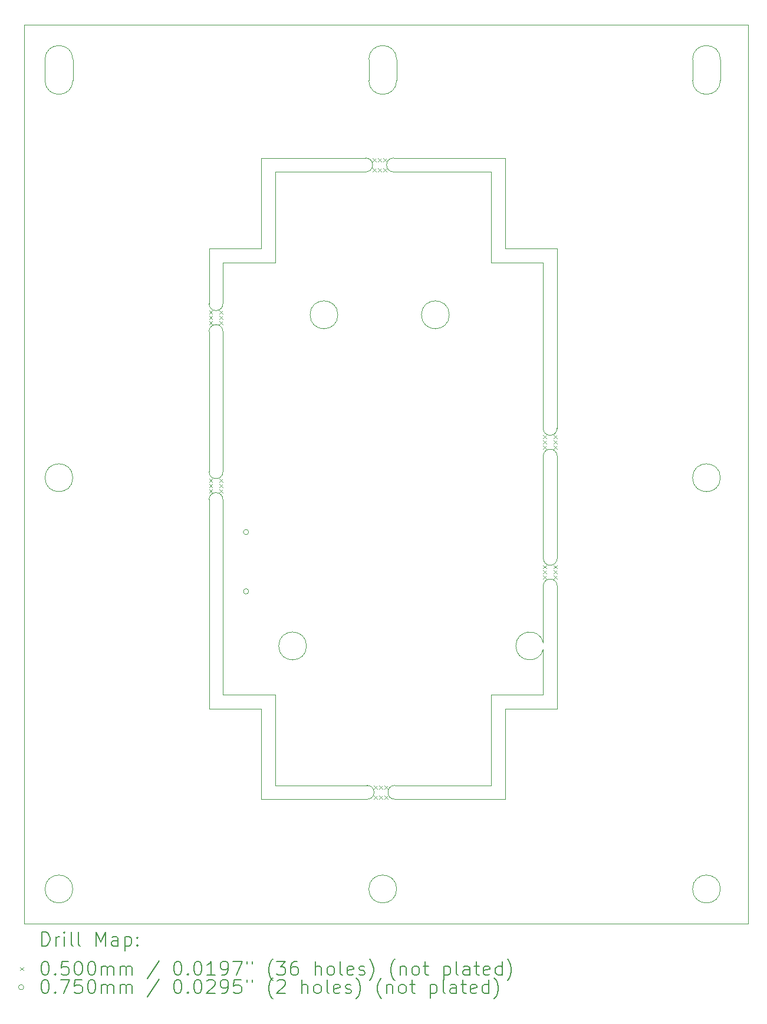
<source format=gbr>
%TF.GenerationSoftware,KiCad,Pcbnew,7.0.7*%
%TF.CreationDate,2023-10-05T08:39:18+02:00*%
%TF.ProjectId,Modbus_master,4d6f6462-7573-45f6-9d61-737465722e6b,rev?*%
%TF.SameCoordinates,PX4d3f640PY9988330*%
%TF.FileFunction,Drillmap*%
%TF.FilePolarity,Positive*%
%FSLAX45Y45*%
G04 Gerber Fmt 4.5, Leading zero omitted, Abs format (unit mm)*
G04 Created by KiCad (PCBNEW 7.0.7) date 2023-10-05 08:39:18*
%MOMM*%
%LPD*%
G01*
G04 APERTURE LIST*
%ADD10C,0.100000*%
%ADD11C,0.200000*%
%ADD12C,0.050000*%
%ADD13C,0.075000*%
G04 APERTURE END LIST*
D10*
X2656000Y6486000D02*
X2655980Y8497000D01*
X0Y12899000D02*
X10400000Y12899000D01*
X10400000Y-1000D01*
X0Y-1000D01*
X0Y12899000D01*
X2655921Y8896000D02*
X2656000Y9686000D01*
X10000000Y6399000D02*
G75*
G03*
X10000000Y6399000I-200000J0D01*
G01*
X300000Y12099000D02*
X300000Y12399000D01*
X6706000Y10786000D02*
X5368500Y10786000D01*
X7456000Y4845000D02*
X7456000Y4036000D01*
X9600000Y12099000D02*
G75*
G03*
X10000000Y12099000I200000J0D01*
G01*
X7454000Y7107000D02*
G75*
G03*
X7654005Y7108000I100000J1000D01*
G01*
X5350000Y12099000D02*
X5350000Y12399000D01*
X6706000Y9486000D02*
X7456000Y9486000D01*
X4926000Y1786000D02*
G75*
G03*
X4926000Y1986000I0J100000D01*
G01*
X5388500Y1986000D02*
X6706000Y1986000D01*
X7456000Y9486000D02*
X7454000Y7107000D01*
X7456000Y3286000D02*
X7456000Y3937000D01*
X7654005Y7108000D02*
X7656000Y9686000D01*
X2856000Y8495000D02*
G75*
G03*
X2655980Y8497000I-100000J2000D01*
G01*
X7656000Y6707000D02*
G75*
G03*
X7456000Y6707000I-100000J0D01*
G01*
X300000Y12099000D02*
G75*
G03*
X700000Y12099000I200000J0D01*
G01*
X5326000Y1786000D02*
X6906000Y1786000D01*
X2856000Y6083500D02*
X2856000Y3286000D01*
X7456000Y3286000D02*
X6706000Y3286000D01*
X2855969Y6083501D02*
G75*
G03*
X2656000Y6086000I-99969J2499D01*
G01*
X7456000Y5243500D02*
G75*
G03*
X7656001Y5243000I100000J-500D01*
G01*
X4926000Y1786000D02*
X3406000Y1786000D01*
X2656000Y9686000D02*
X3406000Y9686000D01*
X3606000Y9486000D02*
X2856000Y9486000D01*
X4056000Y3986000D02*
G75*
G03*
X4056000Y3986000I-200000J0D01*
G01*
X2656000Y3086000D02*
X2656000Y6086000D01*
X4950000Y12099000D02*
G75*
G03*
X5350000Y12099000I200000J0D01*
G01*
X7656000Y3086000D02*
X7656000Y4845000D01*
X5326000Y1986000D02*
X5388500Y1986000D01*
X2656000Y6486000D02*
G75*
G03*
X2856000Y6486000I100000J0D01*
G01*
X3606000Y9486000D02*
X3606000Y10786000D01*
X700000Y12099000D02*
X700000Y12399000D01*
X700000Y6399000D02*
G75*
G03*
X700000Y6399000I-200000J0D01*
G01*
X4506000Y8736000D02*
G75*
G03*
X4506000Y8736000I-200000J0D01*
G01*
X6906000Y3086000D02*
X6906000Y1786000D01*
X5368500Y10786000D02*
X5306000Y10786000D01*
X2856000Y9486000D02*
X2856000Y8898500D01*
X6106000Y8736000D02*
G75*
G03*
X6106000Y8736000I-200000J0D01*
G01*
X7455760Y4035938D02*
G75*
G03*
X7456000Y3937000I-193760J-49938D01*
G01*
X6906000Y10986000D02*
X6906000Y9686000D01*
X6706000Y10786000D02*
X6706000Y9486000D01*
X3406000Y9686000D02*
X3406000Y10986000D01*
X7656000Y3086000D02*
X6906000Y3086000D01*
X3406000Y1786000D02*
X3406000Y3086000D01*
X700000Y12399000D02*
G75*
G03*
X300000Y12399000I-200000J0D01*
G01*
X5350000Y12399000D02*
G75*
G03*
X4950000Y12399000I-200000J0D01*
G01*
X10000000Y499000D02*
G75*
G03*
X10000000Y499000I-200000J0D01*
G01*
X5306000Y10986000D02*
G75*
G03*
X5306000Y10786000I0J-100000D01*
G01*
X2856000Y8495000D02*
X2856000Y6486000D01*
X2655929Y8896000D02*
G75*
G03*
X2856000Y8898500I100051J0D01*
G01*
X5326000Y1986000D02*
G75*
G03*
X5326000Y1786000I0J-100000D01*
G01*
X4903500Y10786000D02*
X3606000Y10786000D01*
X9600000Y12099000D02*
X9600000Y12399000D01*
X3406000Y10986000D02*
X4906000Y10986031D01*
X10000000Y12399000D02*
G75*
G03*
X9600000Y12399000I-200000J0D01*
G01*
X4903500Y10786000D02*
G75*
G03*
X4906000Y10986031I2500J100000D01*
G01*
X7656000Y6707000D02*
X7656001Y5243000D01*
X3606000Y3286000D02*
X2856000Y3286000D01*
X5350000Y499000D02*
G75*
G03*
X5350000Y499000I-200000J0D01*
G01*
X3606000Y1986000D02*
X3606000Y3286000D01*
X7456000Y5243500D02*
X7456000Y6707000D01*
X4950000Y12099000D02*
X4950000Y12399000D01*
X6906000Y9686000D02*
X7656000Y9686000D01*
X3606000Y1986000D02*
X4926000Y1986000D01*
X6706000Y1986000D02*
X6706000Y3286000D01*
X700000Y499000D02*
G75*
G03*
X700000Y499000I-200000J0D01*
G01*
X10000000Y12099000D02*
X10000000Y12399000D01*
X5306000Y10986000D02*
X6906000Y10986000D01*
X3406000Y3086000D02*
X2656000Y3086000D01*
X7656000Y4845000D02*
G75*
G03*
X7456000Y4845000I-100000J0D01*
G01*
D11*
D12*
X2656000Y8797000D02*
X2706000Y8747000D01*
X2706000Y8797000D02*
X2656000Y8747000D01*
X2656000Y8722000D02*
X2706000Y8672000D01*
X2706000Y8722000D02*
X2656000Y8672000D01*
X2656000Y8647000D02*
X2706000Y8597000D01*
X2706000Y8647000D02*
X2656000Y8597000D01*
X2656000Y6386000D02*
X2706000Y6336000D01*
X2706000Y6386000D02*
X2656000Y6336000D01*
X2656000Y6311000D02*
X2706000Y6261000D01*
X2706000Y6311000D02*
X2656000Y6261000D01*
X2656000Y6236000D02*
X2706000Y6186000D01*
X2706000Y6236000D02*
X2656000Y6186000D01*
X2806000Y8797000D02*
X2856000Y8747000D01*
X2856000Y8797000D02*
X2806000Y8747000D01*
X2806000Y8722000D02*
X2856000Y8672000D01*
X2856000Y8722000D02*
X2806000Y8672000D01*
X2806000Y8647000D02*
X2856000Y8597000D01*
X2856000Y8647000D02*
X2806000Y8597000D01*
X2806000Y6386000D02*
X2856000Y6336000D01*
X2856000Y6386000D02*
X2806000Y6336000D01*
X2806000Y6311000D02*
X2856000Y6261000D01*
X2856000Y6311000D02*
X2806000Y6261000D01*
X2806000Y6236000D02*
X2856000Y6186000D01*
X2856000Y6236000D02*
X2806000Y6186000D01*
X5006000Y10986000D02*
X5056000Y10936000D01*
X5056000Y10986000D02*
X5006000Y10936000D01*
X5006000Y10836000D02*
X5056000Y10786000D01*
X5056000Y10836000D02*
X5006000Y10786000D01*
X5026000Y1986000D02*
X5076000Y1936000D01*
X5076000Y1986000D02*
X5026000Y1936000D01*
X5026000Y1836000D02*
X5076000Y1786000D01*
X5076000Y1836000D02*
X5026000Y1786000D01*
X5081000Y10986000D02*
X5131000Y10936000D01*
X5131000Y10986000D02*
X5081000Y10936000D01*
X5081000Y10836000D02*
X5131000Y10786000D01*
X5131000Y10836000D02*
X5081000Y10786000D01*
X5101000Y1986000D02*
X5151000Y1936000D01*
X5151000Y1986000D02*
X5101000Y1936000D01*
X5101000Y1836000D02*
X5151000Y1786000D01*
X5151000Y1836000D02*
X5101000Y1786000D01*
X5156000Y10986000D02*
X5206000Y10936000D01*
X5206000Y10986000D02*
X5156000Y10936000D01*
X5156000Y10836000D02*
X5206000Y10786000D01*
X5206000Y10836000D02*
X5156000Y10786000D01*
X5176000Y1986000D02*
X5226000Y1936000D01*
X5226000Y1986000D02*
X5176000Y1936000D01*
X5176000Y1836000D02*
X5226000Y1786000D01*
X5226000Y1836000D02*
X5176000Y1786000D01*
X7454000Y7008000D02*
X7504000Y6958000D01*
X7504000Y7008000D02*
X7454000Y6958000D01*
X7454000Y6933000D02*
X7504000Y6883000D01*
X7504000Y6933000D02*
X7454000Y6883000D01*
X7454000Y6858000D02*
X7504000Y6808000D01*
X7504000Y6858000D02*
X7454000Y6808000D01*
X7456000Y5145000D02*
X7506000Y5095000D01*
X7506000Y5145000D02*
X7456000Y5095000D01*
X7456000Y5070000D02*
X7506000Y5020000D01*
X7506000Y5070000D02*
X7456000Y5020000D01*
X7456000Y4995000D02*
X7506000Y4945000D01*
X7506000Y4995000D02*
X7456000Y4945000D01*
X7604000Y7008000D02*
X7654000Y6958000D01*
X7654000Y7008000D02*
X7604000Y6958000D01*
X7604000Y6933000D02*
X7654000Y6883000D01*
X7654000Y6933000D02*
X7604000Y6883000D01*
X7604000Y6858000D02*
X7654000Y6808000D01*
X7654000Y6858000D02*
X7604000Y6808000D01*
X7606000Y5145000D02*
X7656000Y5095000D01*
X7656000Y5145000D02*
X7606000Y5095000D01*
X7606000Y5070000D02*
X7656000Y5020000D01*
X7656000Y5070000D02*
X7606000Y5020000D01*
X7606000Y4995000D02*
X7656000Y4945000D01*
X7656000Y4995000D02*
X7606000Y4945000D01*
D13*
X3224500Y5619000D02*
G75*
G03*
X3224500Y5619000I-37500J0D01*
G01*
X3224500Y4769000D02*
G75*
G03*
X3224500Y4769000I-37500J0D01*
G01*
D11*
X255777Y-317484D02*
X255777Y-117484D01*
X255777Y-117484D02*
X303396Y-117484D01*
X303396Y-117484D02*
X331967Y-127008D01*
X331967Y-127008D02*
X351015Y-146055D01*
X351015Y-146055D02*
X360539Y-165103D01*
X360539Y-165103D02*
X370062Y-203198D01*
X370062Y-203198D02*
X370062Y-231769D01*
X370062Y-231769D02*
X360539Y-269865D01*
X360539Y-269865D02*
X351015Y-288912D01*
X351015Y-288912D02*
X331967Y-307960D01*
X331967Y-307960D02*
X303396Y-317484D01*
X303396Y-317484D02*
X255777Y-317484D01*
X455777Y-317484D02*
X455777Y-184150D01*
X455777Y-222246D02*
X465301Y-203198D01*
X465301Y-203198D02*
X474824Y-193674D01*
X474824Y-193674D02*
X493872Y-184150D01*
X493872Y-184150D02*
X512920Y-184150D01*
X579586Y-317484D02*
X579586Y-184150D01*
X579586Y-117484D02*
X570063Y-127008D01*
X570063Y-127008D02*
X579586Y-136531D01*
X579586Y-136531D02*
X589110Y-127008D01*
X589110Y-127008D02*
X579586Y-117484D01*
X579586Y-117484D02*
X579586Y-136531D01*
X703396Y-317484D02*
X684348Y-307960D01*
X684348Y-307960D02*
X674824Y-288912D01*
X674824Y-288912D02*
X674824Y-117484D01*
X808158Y-317484D02*
X789110Y-307960D01*
X789110Y-307960D02*
X779586Y-288912D01*
X779586Y-288912D02*
X779586Y-117484D01*
X1036729Y-317484D02*
X1036729Y-117484D01*
X1036729Y-117484D02*
X1103396Y-260341D01*
X1103396Y-260341D02*
X1170063Y-117484D01*
X1170063Y-117484D02*
X1170063Y-317484D01*
X1351015Y-317484D02*
X1351015Y-212722D01*
X1351015Y-212722D02*
X1341491Y-193674D01*
X1341491Y-193674D02*
X1322444Y-184150D01*
X1322444Y-184150D02*
X1284348Y-184150D01*
X1284348Y-184150D02*
X1265301Y-193674D01*
X1351015Y-307960D02*
X1331967Y-317484D01*
X1331967Y-317484D02*
X1284348Y-317484D01*
X1284348Y-317484D02*
X1265301Y-307960D01*
X1265301Y-307960D02*
X1255777Y-288912D01*
X1255777Y-288912D02*
X1255777Y-269865D01*
X1255777Y-269865D02*
X1265301Y-250817D01*
X1265301Y-250817D02*
X1284348Y-241293D01*
X1284348Y-241293D02*
X1331967Y-241293D01*
X1331967Y-241293D02*
X1351015Y-231769D01*
X1446253Y-184150D02*
X1446253Y-384150D01*
X1446253Y-193674D02*
X1465301Y-184150D01*
X1465301Y-184150D02*
X1503396Y-184150D01*
X1503396Y-184150D02*
X1522443Y-193674D01*
X1522443Y-193674D02*
X1531967Y-203198D01*
X1531967Y-203198D02*
X1541491Y-222246D01*
X1541491Y-222246D02*
X1541491Y-279389D01*
X1541491Y-279389D02*
X1531967Y-298436D01*
X1531967Y-298436D02*
X1522443Y-307960D01*
X1522443Y-307960D02*
X1503396Y-317484D01*
X1503396Y-317484D02*
X1465301Y-317484D01*
X1465301Y-317484D02*
X1446253Y-307960D01*
X1627205Y-298436D02*
X1636729Y-307960D01*
X1636729Y-307960D02*
X1627205Y-317484D01*
X1627205Y-317484D02*
X1617682Y-307960D01*
X1617682Y-307960D02*
X1627205Y-298436D01*
X1627205Y-298436D02*
X1627205Y-317484D01*
X1627205Y-193674D02*
X1636729Y-203198D01*
X1636729Y-203198D02*
X1627205Y-212722D01*
X1627205Y-212722D02*
X1617682Y-203198D01*
X1617682Y-203198D02*
X1627205Y-193674D01*
X1627205Y-193674D02*
X1627205Y-212722D01*
D12*
X-55000Y-621000D02*
X-5000Y-671000D01*
X-5000Y-621000D02*
X-55000Y-671000D01*
D11*
X293872Y-537484D02*
X312920Y-537484D01*
X312920Y-537484D02*
X331967Y-547008D01*
X331967Y-547008D02*
X341491Y-556531D01*
X341491Y-556531D02*
X351015Y-575579D01*
X351015Y-575579D02*
X360539Y-613674D01*
X360539Y-613674D02*
X360539Y-661293D01*
X360539Y-661293D02*
X351015Y-699388D01*
X351015Y-699388D02*
X341491Y-718436D01*
X341491Y-718436D02*
X331967Y-727960D01*
X331967Y-727960D02*
X312920Y-737484D01*
X312920Y-737484D02*
X293872Y-737484D01*
X293872Y-737484D02*
X274824Y-727960D01*
X274824Y-727960D02*
X265301Y-718436D01*
X265301Y-718436D02*
X255777Y-699388D01*
X255777Y-699388D02*
X246253Y-661293D01*
X246253Y-661293D02*
X246253Y-613674D01*
X246253Y-613674D02*
X255777Y-575579D01*
X255777Y-575579D02*
X265301Y-556531D01*
X265301Y-556531D02*
X274824Y-547008D01*
X274824Y-547008D02*
X293872Y-537484D01*
X446253Y-718436D02*
X455777Y-727960D01*
X455777Y-727960D02*
X446253Y-737484D01*
X446253Y-737484D02*
X436729Y-727960D01*
X436729Y-727960D02*
X446253Y-718436D01*
X446253Y-718436D02*
X446253Y-737484D01*
X636729Y-537484D02*
X541491Y-537484D01*
X541491Y-537484D02*
X531967Y-632722D01*
X531967Y-632722D02*
X541491Y-623198D01*
X541491Y-623198D02*
X560539Y-613674D01*
X560539Y-613674D02*
X608158Y-613674D01*
X608158Y-613674D02*
X627205Y-623198D01*
X627205Y-623198D02*
X636729Y-632722D01*
X636729Y-632722D02*
X646253Y-651770D01*
X646253Y-651770D02*
X646253Y-699388D01*
X646253Y-699388D02*
X636729Y-718436D01*
X636729Y-718436D02*
X627205Y-727960D01*
X627205Y-727960D02*
X608158Y-737484D01*
X608158Y-737484D02*
X560539Y-737484D01*
X560539Y-737484D02*
X541491Y-727960D01*
X541491Y-727960D02*
X531967Y-718436D01*
X770062Y-537484D02*
X789110Y-537484D01*
X789110Y-537484D02*
X808158Y-547008D01*
X808158Y-547008D02*
X817682Y-556531D01*
X817682Y-556531D02*
X827205Y-575579D01*
X827205Y-575579D02*
X836729Y-613674D01*
X836729Y-613674D02*
X836729Y-661293D01*
X836729Y-661293D02*
X827205Y-699388D01*
X827205Y-699388D02*
X817682Y-718436D01*
X817682Y-718436D02*
X808158Y-727960D01*
X808158Y-727960D02*
X789110Y-737484D01*
X789110Y-737484D02*
X770062Y-737484D01*
X770062Y-737484D02*
X751015Y-727960D01*
X751015Y-727960D02*
X741491Y-718436D01*
X741491Y-718436D02*
X731967Y-699388D01*
X731967Y-699388D02*
X722443Y-661293D01*
X722443Y-661293D02*
X722443Y-613674D01*
X722443Y-613674D02*
X731967Y-575579D01*
X731967Y-575579D02*
X741491Y-556531D01*
X741491Y-556531D02*
X751015Y-547008D01*
X751015Y-547008D02*
X770062Y-537484D01*
X960539Y-537484D02*
X979586Y-537484D01*
X979586Y-537484D02*
X998634Y-547008D01*
X998634Y-547008D02*
X1008158Y-556531D01*
X1008158Y-556531D02*
X1017682Y-575579D01*
X1017682Y-575579D02*
X1027205Y-613674D01*
X1027205Y-613674D02*
X1027205Y-661293D01*
X1027205Y-661293D02*
X1017682Y-699388D01*
X1017682Y-699388D02*
X1008158Y-718436D01*
X1008158Y-718436D02*
X998634Y-727960D01*
X998634Y-727960D02*
X979586Y-737484D01*
X979586Y-737484D02*
X960539Y-737484D01*
X960539Y-737484D02*
X941491Y-727960D01*
X941491Y-727960D02*
X931967Y-718436D01*
X931967Y-718436D02*
X922443Y-699388D01*
X922443Y-699388D02*
X912920Y-661293D01*
X912920Y-661293D02*
X912920Y-613674D01*
X912920Y-613674D02*
X922443Y-575579D01*
X922443Y-575579D02*
X931967Y-556531D01*
X931967Y-556531D02*
X941491Y-547008D01*
X941491Y-547008D02*
X960539Y-537484D01*
X1112920Y-737484D02*
X1112920Y-604150D01*
X1112920Y-623198D02*
X1122444Y-613674D01*
X1122444Y-613674D02*
X1141491Y-604150D01*
X1141491Y-604150D02*
X1170063Y-604150D01*
X1170063Y-604150D02*
X1189110Y-613674D01*
X1189110Y-613674D02*
X1198634Y-632722D01*
X1198634Y-632722D02*
X1198634Y-737484D01*
X1198634Y-632722D02*
X1208158Y-613674D01*
X1208158Y-613674D02*
X1227205Y-604150D01*
X1227205Y-604150D02*
X1255777Y-604150D01*
X1255777Y-604150D02*
X1274825Y-613674D01*
X1274825Y-613674D02*
X1284348Y-632722D01*
X1284348Y-632722D02*
X1284348Y-737484D01*
X1379586Y-737484D02*
X1379586Y-604150D01*
X1379586Y-623198D02*
X1389110Y-613674D01*
X1389110Y-613674D02*
X1408158Y-604150D01*
X1408158Y-604150D02*
X1436729Y-604150D01*
X1436729Y-604150D02*
X1455777Y-613674D01*
X1455777Y-613674D02*
X1465301Y-632722D01*
X1465301Y-632722D02*
X1465301Y-737484D01*
X1465301Y-632722D02*
X1474824Y-613674D01*
X1474824Y-613674D02*
X1493872Y-604150D01*
X1493872Y-604150D02*
X1522443Y-604150D01*
X1522443Y-604150D02*
X1541491Y-613674D01*
X1541491Y-613674D02*
X1551015Y-632722D01*
X1551015Y-632722D02*
X1551015Y-737484D01*
X1941491Y-527960D02*
X1770063Y-785103D01*
X2198634Y-537484D02*
X2217682Y-537484D01*
X2217682Y-537484D02*
X2236729Y-547008D01*
X2236729Y-547008D02*
X2246253Y-556531D01*
X2246253Y-556531D02*
X2255777Y-575579D01*
X2255777Y-575579D02*
X2265301Y-613674D01*
X2265301Y-613674D02*
X2265301Y-661293D01*
X2265301Y-661293D02*
X2255777Y-699388D01*
X2255777Y-699388D02*
X2246253Y-718436D01*
X2246253Y-718436D02*
X2236729Y-727960D01*
X2236729Y-727960D02*
X2217682Y-737484D01*
X2217682Y-737484D02*
X2198634Y-737484D01*
X2198634Y-737484D02*
X2179587Y-727960D01*
X2179587Y-727960D02*
X2170063Y-718436D01*
X2170063Y-718436D02*
X2160539Y-699388D01*
X2160539Y-699388D02*
X2151015Y-661293D01*
X2151015Y-661293D02*
X2151015Y-613674D01*
X2151015Y-613674D02*
X2160539Y-575579D01*
X2160539Y-575579D02*
X2170063Y-556531D01*
X2170063Y-556531D02*
X2179587Y-547008D01*
X2179587Y-547008D02*
X2198634Y-537484D01*
X2351015Y-718436D02*
X2360539Y-727960D01*
X2360539Y-727960D02*
X2351015Y-737484D01*
X2351015Y-737484D02*
X2341491Y-727960D01*
X2341491Y-727960D02*
X2351015Y-718436D01*
X2351015Y-718436D02*
X2351015Y-737484D01*
X2484348Y-537484D02*
X2503396Y-537484D01*
X2503396Y-537484D02*
X2522444Y-547008D01*
X2522444Y-547008D02*
X2531968Y-556531D01*
X2531968Y-556531D02*
X2541491Y-575579D01*
X2541491Y-575579D02*
X2551015Y-613674D01*
X2551015Y-613674D02*
X2551015Y-661293D01*
X2551015Y-661293D02*
X2541491Y-699388D01*
X2541491Y-699388D02*
X2531968Y-718436D01*
X2531968Y-718436D02*
X2522444Y-727960D01*
X2522444Y-727960D02*
X2503396Y-737484D01*
X2503396Y-737484D02*
X2484348Y-737484D01*
X2484348Y-737484D02*
X2465301Y-727960D01*
X2465301Y-727960D02*
X2455777Y-718436D01*
X2455777Y-718436D02*
X2446253Y-699388D01*
X2446253Y-699388D02*
X2436729Y-661293D01*
X2436729Y-661293D02*
X2436729Y-613674D01*
X2436729Y-613674D02*
X2446253Y-575579D01*
X2446253Y-575579D02*
X2455777Y-556531D01*
X2455777Y-556531D02*
X2465301Y-547008D01*
X2465301Y-547008D02*
X2484348Y-537484D01*
X2741491Y-737484D02*
X2627206Y-737484D01*
X2684348Y-737484D02*
X2684348Y-537484D01*
X2684348Y-537484D02*
X2665301Y-566055D01*
X2665301Y-566055D02*
X2646253Y-585103D01*
X2646253Y-585103D02*
X2627206Y-594627D01*
X2836729Y-737484D02*
X2874825Y-737484D01*
X2874825Y-737484D02*
X2893872Y-727960D01*
X2893872Y-727960D02*
X2903396Y-718436D01*
X2903396Y-718436D02*
X2922444Y-689865D01*
X2922444Y-689865D02*
X2931967Y-651770D01*
X2931967Y-651770D02*
X2931967Y-575579D01*
X2931967Y-575579D02*
X2922444Y-556531D01*
X2922444Y-556531D02*
X2912920Y-547008D01*
X2912920Y-547008D02*
X2893872Y-537484D01*
X2893872Y-537484D02*
X2855777Y-537484D01*
X2855777Y-537484D02*
X2836729Y-547008D01*
X2836729Y-547008D02*
X2827206Y-556531D01*
X2827206Y-556531D02*
X2817682Y-575579D01*
X2817682Y-575579D02*
X2817682Y-623198D01*
X2817682Y-623198D02*
X2827206Y-642246D01*
X2827206Y-642246D02*
X2836729Y-651770D01*
X2836729Y-651770D02*
X2855777Y-661293D01*
X2855777Y-661293D02*
X2893872Y-661293D01*
X2893872Y-661293D02*
X2912920Y-651770D01*
X2912920Y-651770D02*
X2922444Y-642246D01*
X2922444Y-642246D02*
X2931967Y-623198D01*
X2998634Y-537484D02*
X3131967Y-537484D01*
X3131967Y-537484D02*
X3046253Y-737484D01*
X3198634Y-537484D02*
X3198634Y-575579D01*
X3274825Y-537484D02*
X3274825Y-575579D01*
X3570063Y-813674D02*
X3560539Y-804150D01*
X3560539Y-804150D02*
X3541491Y-775579D01*
X3541491Y-775579D02*
X3531968Y-756531D01*
X3531968Y-756531D02*
X3522444Y-727960D01*
X3522444Y-727960D02*
X3512920Y-680341D01*
X3512920Y-680341D02*
X3512920Y-642246D01*
X3512920Y-642246D02*
X3522444Y-594627D01*
X3522444Y-594627D02*
X3531968Y-566055D01*
X3531968Y-566055D02*
X3541491Y-547008D01*
X3541491Y-547008D02*
X3560539Y-518436D01*
X3560539Y-518436D02*
X3570063Y-508912D01*
X3627206Y-537484D02*
X3751015Y-537484D01*
X3751015Y-537484D02*
X3684348Y-613674D01*
X3684348Y-613674D02*
X3712920Y-613674D01*
X3712920Y-613674D02*
X3731968Y-623198D01*
X3731968Y-623198D02*
X3741491Y-632722D01*
X3741491Y-632722D02*
X3751015Y-651770D01*
X3751015Y-651770D02*
X3751015Y-699388D01*
X3751015Y-699388D02*
X3741491Y-718436D01*
X3741491Y-718436D02*
X3731968Y-727960D01*
X3731968Y-727960D02*
X3712920Y-737484D01*
X3712920Y-737484D02*
X3655777Y-737484D01*
X3655777Y-737484D02*
X3636729Y-727960D01*
X3636729Y-727960D02*
X3627206Y-718436D01*
X3922444Y-537484D02*
X3884348Y-537484D01*
X3884348Y-537484D02*
X3865301Y-547008D01*
X3865301Y-547008D02*
X3855777Y-556531D01*
X3855777Y-556531D02*
X3836729Y-585103D01*
X3836729Y-585103D02*
X3827206Y-623198D01*
X3827206Y-623198D02*
X3827206Y-699388D01*
X3827206Y-699388D02*
X3836729Y-718436D01*
X3836729Y-718436D02*
X3846253Y-727960D01*
X3846253Y-727960D02*
X3865301Y-737484D01*
X3865301Y-737484D02*
X3903396Y-737484D01*
X3903396Y-737484D02*
X3922444Y-727960D01*
X3922444Y-727960D02*
X3931968Y-718436D01*
X3931968Y-718436D02*
X3941491Y-699388D01*
X3941491Y-699388D02*
X3941491Y-651770D01*
X3941491Y-651770D02*
X3931968Y-632722D01*
X3931968Y-632722D02*
X3922444Y-623198D01*
X3922444Y-623198D02*
X3903396Y-613674D01*
X3903396Y-613674D02*
X3865301Y-613674D01*
X3865301Y-613674D02*
X3846253Y-623198D01*
X3846253Y-623198D02*
X3836729Y-632722D01*
X3836729Y-632722D02*
X3827206Y-651770D01*
X4179587Y-737484D02*
X4179587Y-537484D01*
X4265301Y-737484D02*
X4265301Y-632722D01*
X4265301Y-632722D02*
X4255777Y-613674D01*
X4255777Y-613674D02*
X4236730Y-604150D01*
X4236730Y-604150D02*
X4208158Y-604150D01*
X4208158Y-604150D02*
X4189110Y-613674D01*
X4189110Y-613674D02*
X4179587Y-623198D01*
X4389111Y-737484D02*
X4370063Y-727960D01*
X4370063Y-727960D02*
X4360539Y-718436D01*
X4360539Y-718436D02*
X4351015Y-699388D01*
X4351015Y-699388D02*
X4351015Y-642246D01*
X4351015Y-642246D02*
X4360539Y-623198D01*
X4360539Y-623198D02*
X4370063Y-613674D01*
X4370063Y-613674D02*
X4389111Y-604150D01*
X4389111Y-604150D02*
X4417682Y-604150D01*
X4417682Y-604150D02*
X4436730Y-613674D01*
X4436730Y-613674D02*
X4446253Y-623198D01*
X4446253Y-623198D02*
X4455777Y-642246D01*
X4455777Y-642246D02*
X4455777Y-699388D01*
X4455777Y-699388D02*
X4446253Y-718436D01*
X4446253Y-718436D02*
X4436730Y-727960D01*
X4436730Y-727960D02*
X4417682Y-737484D01*
X4417682Y-737484D02*
X4389111Y-737484D01*
X4570063Y-737484D02*
X4551015Y-727960D01*
X4551015Y-727960D02*
X4541492Y-708912D01*
X4541492Y-708912D02*
X4541492Y-537484D01*
X4722444Y-727960D02*
X4703396Y-737484D01*
X4703396Y-737484D02*
X4665301Y-737484D01*
X4665301Y-737484D02*
X4646253Y-727960D01*
X4646253Y-727960D02*
X4636730Y-708912D01*
X4636730Y-708912D02*
X4636730Y-632722D01*
X4636730Y-632722D02*
X4646253Y-613674D01*
X4646253Y-613674D02*
X4665301Y-604150D01*
X4665301Y-604150D02*
X4703396Y-604150D01*
X4703396Y-604150D02*
X4722444Y-613674D01*
X4722444Y-613674D02*
X4731968Y-632722D01*
X4731968Y-632722D02*
X4731968Y-651770D01*
X4731968Y-651770D02*
X4636730Y-670817D01*
X4808158Y-727960D02*
X4827206Y-737484D01*
X4827206Y-737484D02*
X4865301Y-737484D01*
X4865301Y-737484D02*
X4884349Y-727960D01*
X4884349Y-727960D02*
X4893873Y-708912D01*
X4893873Y-708912D02*
X4893873Y-699388D01*
X4893873Y-699388D02*
X4884349Y-680341D01*
X4884349Y-680341D02*
X4865301Y-670817D01*
X4865301Y-670817D02*
X4836730Y-670817D01*
X4836730Y-670817D02*
X4817682Y-661293D01*
X4817682Y-661293D02*
X4808158Y-642246D01*
X4808158Y-642246D02*
X4808158Y-632722D01*
X4808158Y-632722D02*
X4817682Y-613674D01*
X4817682Y-613674D02*
X4836730Y-604150D01*
X4836730Y-604150D02*
X4865301Y-604150D01*
X4865301Y-604150D02*
X4884349Y-613674D01*
X4960539Y-813674D02*
X4970063Y-804150D01*
X4970063Y-804150D02*
X4989111Y-775579D01*
X4989111Y-775579D02*
X4998634Y-756531D01*
X4998634Y-756531D02*
X5008158Y-727960D01*
X5008158Y-727960D02*
X5017682Y-680341D01*
X5017682Y-680341D02*
X5017682Y-642246D01*
X5017682Y-642246D02*
X5008158Y-594627D01*
X5008158Y-594627D02*
X4998634Y-566055D01*
X4998634Y-566055D02*
X4989111Y-547008D01*
X4989111Y-547008D02*
X4970063Y-518436D01*
X4970063Y-518436D02*
X4960539Y-508912D01*
X5322444Y-813674D02*
X5312920Y-804150D01*
X5312920Y-804150D02*
X5293873Y-775579D01*
X5293873Y-775579D02*
X5284349Y-756531D01*
X5284349Y-756531D02*
X5274825Y-727960D01*
X5274825Y-727960D02*
X5265301Y-680341D01*
X5265301Y-680341D02*
X5265301Y-642246D01*
X5265301Y-642246D02*
X5274825Y-594627D01*
X5274825Y-594627D02*
X5284349Y-566055D01*
X5284349Y-566055D02*
X5293873Y-547008D01*
X5293873Y-547008D02*
X5312920Y-518436D01*
X5312920Y-518436D02*
X5322444Y-508912D01*
X5398634Y-604150D02*
X5398634Y-737484D01*
X5398634Y-623198D02*
X5408158Y-613674D01*
X5408158Y-613674D02*
X5427206Y-604150D01*
X5427206Y-604150D02*
X5455777Y-604150D01*
X5455777Y-604150D02*
X5474825Y-613674D01*
X5474825Y-613674D02*
X5484349Y-632722D01*
X5484349Y-632722D02*
X5484349Y-737484D01*
X5608158Y-737484D02*
X5589111Y-727960D01*
X5589111Y-727960D02*
X5579587Y-718436D01*
X5579587Y-718436D02*
X5570063Y-699388D01*
X5570063Y-699388D02*
X5570063Y-642246D01*
X5570063Y-642246D02*
X5579587Y-623198D01*
X5579587Y-623198D02*
X5589111Y-613674D01*
X5589111Y-613674D02*
X5608158Y-604150D01*
X5608158Y-604150D02*
X5636730Y-604150D01*
X5636730Y-604150D02*
X5655777Y-613674D01*
X5655777Y-613674D02*
X5665301Y-623198D01*
X5665301Y-623198D02*
X5674825Y-642246D01*
X5674825Y-642246D02*
X5674825Y-699388D01*
X5674825Y-699388D02*
X5665301Y-718436D01*
X5665301Y-718436D02*
X5655777Y-727960D01*
X5655777Y-727960D02*
X5636730Y-737484D01*
X5636730Y-737484D02*
X5608158Y-737484D01*
X5731968Y-604150D02*
X5808158Y-604150D01*
X5760539Y-537484D02*
X5760539Y-708912D01*
X5760539Y-708912D02*
X5770063Y-727960D01*
X5770063Y-727960D02*
X5789111Y-737484D01*
X5789111Y-737484D02*
X5808158Y-737484D01*
X6027206Y-604150D02*
X6027206Y-804150D01*
X6027206Y-613674D02*
X6046253Y-604150D01*
X6046253Y-604150D02*
X6084349Y-604150D01*
X6084349Y-604150D02*
X6103396Y-613674D01*
X6103396Y-613674D02*
X6112920Y-623198D01*
X6112920Y-623198D02*
X6122444Y-642246D01*
X6122444Y-642246D02*
X6122444Y-699388D01*
X6122444Y-699388D02*
X6112920Y-718436D01*
X6112920Y-718436D02*
X6103396Y-727960D01*
X6103396Y-727960D02*
X6084349Y-737484D01*
X6084349Y-737484D02*
X6046253Y-737484D01*
X6046253Y-737484D02*
X6027206Y-727960D01*
X6236730Y-737484D02*
X6217682Y-727960D01*
X6217682Y-727960D02*
X6208158Y-708912D01*
X6208158Y-708912D02*
X6208158Y-537484D01*
X6398634Y-737484D02*
X6398634Y-632722D01*
X6398634Y-632722D02*
X6389111Y-613674D01*
X6389111Y-613674D02*
X6370063Y-604150D01*
X6370063Y-604150D02*
X6331968Y-604150D01*
X6331968Y-604150D02*
X6312920Y-613674D01*
X6398634Y-727960D02*
X6379587Y-737484D01*
X6379587Y-737484D02*
X6331968Y-737484D01*
X6331968Y-737484D02*
X6312920Y-727960D01*
X6312920Y-727960D02*
X6303396Y-708912D01*
X6303396Y-708912D02*
X6303396Y-689865D01*
X6303396Y-689865D02*
X6312920Y-670817D01*
X6312920Y-670817D02*
X6331968Y-661293D01*
X6331968Y-661293D02*
X6379587Y-661293D01*
X6379587Y-661293D02*
X6398634Y-651770D01*
X6465301Y-604150D02*
X6541492Y-604150D01*
X6493873Y-537484D02*
X6493873Y-708912D01*
X6493873Y-708912D02*
X6503396Y-727960D01*
X6503396Y-727960D02*
X6522444Y-737484D01*
X6522444Y-737484D02*
X6541492Y-737484D01*
X6684349Y-727960D02*
X6665301Y-737484D01*
X6665301Y-737484D02*
X6627206Y-737484D01*
X6627206Y-737484D02*
X6608158Y-727960D01*
X6608158Y-727960D02*
X6598634Y-708912D01*
X6598634Y-708912D02*
X6598634Y-632722D01*
X6598634Y-632722D02*
X6608158Y-613674D01*
X6608158Y-613674D02*
X6627206Y-604150D01*
X6627206Y-604150D02*
X6665301Y-604150D01*
X6665301Y-604150D02*
X6684349Y-613674D01*
X6684349Y-613674D02*
X6693873Y-632722D01*
X6693873Y-632722D02*
X6693873Y-651770D01*
X6693873Y-651770D02*
X6598634Y-670817D01*
X6865301Y-737484D02*
X6865301Y-537484D01*
X6865301Y-727960D02*
X6846254Y-737484D01*
X6846254Y-737484D02*
X6808158Y-737484D01*
X6808158Y-737484D02*
X6789111Y-727960D01*
X6789111Y-727960D02*
X6779587Y-718436D01*
X6779587Y-718436D02*
X6770063Y-699388D01*
X6770063Y-699388D02*
X6770063Y-642246D01*
X6770063Y-642246D02*
X6779587Y-623198D01*
X6779587Y-623198D02*
X6789111Y-613674D01*
X6789111Y-613674D02*
X6808158Y-604150D01*
X6808158Y-604150D02*
X6846254Y-604150D01*
X6846254Y-604150D02*
X6865301Y-613674D01*
X6941492Y-813674D02*
X6951015Y-804150D01*
X6951015Y-804150D02*
X6970063Y-775579D01*
X6970063Y-775579D02*
X6979587Y-756531D01*
X6979587Y-756531D02*
X6989111Y-727960D01*
X6989111Y-727960D02*
X6998634Y-680341D01*
X6998634Y-680341D02*
X6998634Y-642246D01*
X6998634Y-642246D02*
X6989111Y-594627D01*
X6989111Y-594627D02*
X6979587Y-566055D01*
X6979587Y-566055D02*
X6970063Y-547008D01*
X6970063Y-547008D02*
X6951015Y-518436D01*
X6951015Y-518436D02*
X6941492Y-508912D01*
D13*
X-5000Y-910000D02*
G75*
G03*
X-5000Y-910000I-37500J0D01*
G01*
D11*
X293872Y-801484D02*
X312920Y-801484D01*
X312920Y-801484D02*
X331967Y-811008D01*
X331967Y-811008D02*
X341491Y-820531D01*
X341491Y-820531D02*
X351015Y-839579D01*
X351015Y-839579D02*
X360539Y-877674D01*
X360539Y-877674D02*
X360539Y-925293D01*
X360539Y-925293D02*
X351015Y-963388D01*
X351015Y-963388D02*
X341491Y-982436D01*
X341491Y-982436D02*
X331967Y-991960D01*
X331967Y-991960D02*
X312920Y-1001484D01*
X312920Y-1001484D02*
X293872Y-1001484D01*
X293872Y-1001484D02*
X274824Y-991960D01*
X274824Y-991960D02*
X265301Y-982436D01*
X265301Y-982436D02*
X255777Y-963388D01*
X255777Y-963388D02*
X246253Y-925293D01*
X246253Y-925293D02*
X246253Y-877674D01*
X246253Y-877674D02*
X255777Y-839579D01*
X255777Y-839579D02*
X265301Y-820531D01*
X265301Y-820531D02*
X274824Y-811008D01*
X274824Y-811008D02*
X293872Y-801484D01*
X446253Y-982436D02*
X455777Y-991960D01*
X455777Y-991960D02*
X446253Y-1001484D01*
X446253Y-1001484D02*
X436729Y-991960D01*
X436729Y-991960D02*
X446253Y-982436D01*
X446253Y-982436D02*
X446253Y-1001484D01*
X522443Y-801484D02*
X655777Y-801484D01*
X655777Y-801484D02*
X570063Y-1001484D01*
X827205Y-801484D02*
X731967Y-801484D01*
X731967Y-801484D02*
X722443Y-896722D01*
X722443Y-896722D02*
X731967Y-887198D01*
X731967Y-887198D02*
X751015Y-877674D01*
X751015Y-877674D02*
X798634Y-877674D01*
X798634Y-877674D02*
X817682Y-887198D01*
X817682Y-887198D02*
X827205Y-896722D01*
X827205Y-896722D02*
X836729Y-915769D01*
X836729Y-915769D02*
X836729Y-963388D01*
X836729Y-963388D02*
X827205Y-982436D01*
X827205Y-982436D02*
X817682Y-991960D01*
X817682Y-991960D02*
X798634Y-1001484D01*
X798634Y-1001484D02*
X751015Y-1001484D01*
X751015Y-1001484D02*
X731967Y-991960D01*
X731967Y-991960D02*
X722443Y-982436D01*
X960539Y-801484D02*
X979586Y-801484D01*
X979586Y-801484D02*
X998634Y-811008D01*
X998634Y-811008D02*
X1008158Y-820531D01*
X1008158Y-820531D02*
X1017682Y-839579D01*
X1017682Y-839579D02*
X1027205Y-877674D01*
X1027205Y-877674D02*
X1027205Y-925293D01*
X1027205Y-925293D02*
X1017682Y-963388D01*
X1017682Y-963388D02*
X1008158Y-982436D01*
X1008158Y-982436D02*
X998634Y-991960D01*
X998634Y-991960D02*
X979586Y-1001484D01*
X979586Y-1001484D02*
X960539Y-1001484D01*
X960539Y-1001484D02*
X941491Y-991960D01*
X941491Y-991960D02*
X931967Y-982436D01*
X931967Y-982436D02*
X922443Y-963388D01*
X922443Y-963388D02*
X912920Y-925293D01*
X912920Y-925293D02*
X912920Y-877674D01*
X912920Y-877674D02*
X922443Y-839579D01*
X922443Y-839579D02*
X931967Y-820531D01*
X931967Y-820531D02*
X941491Y-811008D01*
X941491Y-811008D02*
X960539Y-801484D01*
X1112920Y-1001484D02*
X1112920Y-868150D01*
X1112920Y-887198D02*
X1122444Y-877674D01*
X1122444Y-877674D02*
X1141491Y-868150D01*
X1141491Y-868150D02*
X1170063Y-868150D01*
X1170063Y-868150D02*
X1189110Y-877674D01*
X1189110Y-877674D02*
X1198634Y-896722D01*
X1198634Y-896722D02*
X1198634Y-1001484D01*
X1198634Y-896722D02*
X1208158Y-877674D01*
X1208158Y-877674D02*
X1227205Y-868150D01*
X1227205Y-868150D02*
X1255777Y-868150D01*
X1255777Y-868150D02*
X1274825Y-877674D01*
X1274825Y-877674D02*
X1284348Y-896722D01*
X1284348Y-896722D02*
X1284348Y-1001484D01*
X1379586Y-1001484D02*
X1379586Y-868150D01*
X1379586Y-887198D02*
X1389110Y-877674D01*
X1389110Y-877674D02*
X1408158Y-868150D01*
X1408158Y-868150D02*
X1436729Y-868150D01*
X1436729Y-868150D02*
X1455777Y-877674D01*
X1455777Y-877674D02*
X1465301Y-896722D01*
X1465301Y-896722D02*
X1465301Y-1001484D01*
X1465301Y-896722D02*
X1474824Y-877674D01*
X1474824Y-877674D02*
X1493872Y-868150D01*
X1493872Y-868150D02*
X1522443Y-868150D01*
X1522443Y-868150D02*
X1541491Y-877674D01*
X1541491Y-877674D02*
X1551015Y-896722D01*
X1551015Y-896722D02*
X1551015Y-1001484D01*
X1941491Y-791960D02*
X1770063Y-1049103D01*
X2198634Y-801484D02*
X2217682Y-801484D01*
X2217682Y-801484D02*
X2236729Y-811008D01*
X2236729Y-811008D02*
X2246253Y-820531D01*
X2246253Y-820531D02*
X2255777Y-839579D01*
X2255777Y-839579D02*
X2265301Y-877674D01*
X2265301Y-877674D02*
X2265301Y-925293D01*
X2265301Y-925293D02*
X2255777Y-963388D01*
X2255777Y-963388D02*
X2246253Y-982436D01*
X2246253Y-982436D02*
X2236729Y-991960D01*
X2236729Y-991960D02*
X2217682Y-1001484D01*
X2217682Y-1001484D02*
X2198634Y-1001484D01*
X2198634Y-1001484D02*
X2179587Y-991960D01*
X2179587Y-991960D02*
X2170063Y-982436D01*
X2170063Y-982436D02*
X2160539Y-963388D01*
X2160539Y-963388D02*
X2151015Y-925293D01*
X2151015Y-925293D02*
X2151015Y-877674D01*
X2151015Y-877674D02*
X2160539Y-839579D01*
X2160539Y-839579D02*
X2170063Y-820531D01*
X2170063Y-820531D02*
X2179587Y-811008D01*
X2179587Y-811008D02*
X2198634Y-801484D01*
X2351015Y-982436D02*
X2360539Y-991960D01*
X2360539Y-991960D02*
X2351015Y-1001484D01*
X2351015Y-1001484D02*
X2341491Y-991960D01*
X2341491Y-991960D02*
X2351015Y-982436D01*
X2351015Y-982436D02*
X2351015Y-1001484D01*
X2484348Y-801484D02*
X2503396Y-801484D01*
X2503396Y-801484D02*
X2522444Y-811008D01*
X2522444Y-811008D02*
X2531968Y-820531D01*
X2531968Y-820531D02*
X2541491Y-839579D01*
X2541491Y-839579D02*
X2551015Y-877674D01*
X2551015Y-877674D02*
X2551015Y-925293D01*
X2551015Y-925293D02*
X2541491Y-963388D01*
X2541491Y-963388D02*
X2531968Y-982436D01*
X2531968Y-982436D02*
X2522444Y-991960D01*
X2522444Y-991960D02*
X2503396Y-1001484D01*
X2503396Y-1001484D02*
X2484348Y-1001484D01*
X2484348Y-1001484D02*
X2465301Y-991960D01*
X2465301Y-991960D02*
X2455777Y-982436D01*
X2455777Y-982436D02*
X2446253Y-963388D01*
X2446253Y-963388D02*
X2436729Y-925293D01*
X2436729Y-925293D02*
X2436729Y-877674D01*
X2436729Y-877674D02*
X2446253Y-839579D01*
X2446253Y-839579D02*
X2455777Y-820531D01*
X2455777Y-820531D02*
X2465301Y-811008D01*
X2465301Y-811008D02*
X2484348Y-801484D01*
X2627206Y-820531D02*
X2636729Y-811008D01*
X2636729Y-811008D02*
X2655777Y-801484D01*
X2655777Y-801484D02*
X2703396Y-801484D01*
X2703396Y-801484D02*
X2722444Y-811008D01*
X2722444Y-811008D02*
X2731968Y-820531D01*
X2731968Y-820531D02*
X2741491Y-839579D01*
X2741491Y-839579D02*
X2741491Y-858627D01*
X2741491Y-858627D02*
X2731968Y-887198D01*
X2731968Y-887198D02*
X2617682Y-1001484D01*
X2617682Y-1001484D02*
X2741491Y-1001484D01*
X2836729Y-1001484D02*
X2874825Y-1001484D01*
X2874825Y-1001484D02*
X2893872Y-991960D01*
X2893872Y-991960D02*
X2903396Y-982436D01*
X2903396Y-982436D02*
X2922444Y-953865D01*
X2922444Y-953865D02*
X2931967Y-915769D01*
X2931967Y-915769D02*
X2931967Y-839579D01*
X2931967Y-839579D02*
X2922444Y-820531D01*
X2922444Y-820531D02*
X2912920Y-811008D01*
X2912920Y-811008D02*
X2893872Y-801484D01*
X2893872Y-801484D02*
X2855777Y-801484D01*
X2855777Y-801484D02*
X2836729Y-811008D01*
X2836729Y-811008D02*
X2827206Y-820531D01*
X2827206Y-820531D02*
X2817682Y-839579D01*
X2817682Y-839579D02*
X2817682Y-887198D01*
X2817682Y-887198D02*
X2827206Y-906246D01*
X2827206Y-906246D02*
X2836729Y-915769D01*
X2836729Y-915769D02*
X2855777Y-925293D01*
X2855777Y-925293D02*
X2893872Y-925293D01*
X2893872Y-925293D02*
X2912920Y-915769D01*
X2912920Y-915769D02*
X2922444Y-906246D01*
X2922444Y-906246D02*
X2931967Y-887198D01*
X3112920Y-801484D02*
X3017682Y-801484D01*
X3017682Y-801484D02*
X3008158Y-896722D01*
X3008158Y-896722D02*
X3017682Y-887198D01*
X3017682Y-887198D02*
X3036729Y-877674D01*
X3036729Y-877674D02*
X3084348Y-877674D01*
X3084348Y-877674D02*
X3103396Y-887198D01*
X3103396Y-887198D02*
X3112920Y-896722D01*
X3112920Y-896722D02*
X3122444Y-915769D01*
X3122444Y-915769D02*
X3122444Y-963388D01*
X3122444Y-963388D02*
X3112920Y-982436D01*
X3112920Y-982436D02*
X3103396Y-991960D01*
X3103396Y-991960D02*
X3084348Y-1001484D01*
X3084348Y-1001484D02*
X3036729Y-1001484D01*
X3036729Y-1001484D02*
X3017682Y-991960D01*
X3017682Y-991960D02*
X3008158Y-982436D01*
X3198634Y-801484D02*
X3198634Y-839579D01*
X3274825Y-801484D02*
X3274825Y-839579D01*
X3570063Y-1077674D02*
X3560539Y-1068150D01*
X3560539Y-1068150D02*
X3541491Y-1039579D01*
X3541491Y-1039579D02*
X3531968Y-1020531D01*
X3531968Y-1020531D02*
X3522444Y-991960D01*
X3522444Y-991960D02*
X3512920Y-944341D01*
X3512920Y-944341D02*
X3512920Y-906246D01*
X3512920Y-906246D02*
X3522444Y-858627D01*
X3522444Y-858627D02*
X3531968Y-830055D01*
X3531968Y-830055D02*
X3541491Y-811008D01*
X3541491Y-811008D02*
X3560539Y-782436D01*
X3560539Y-782436D02*
X3570063Y-772912D01*
X3636729Y-820531D02*
X3646253Y-811008D01*
X3646253Y-811008D02*
X3665301Y-801484D01*
X3665301Y-801484D02*
X3712920Y-801484D01*
X3712920Y-801484D02*
X3731968Y-811008D01*
X3731968Y-811008D02*
X3741491Y-820531D01*
X3741491Y-820531D02*
X3751015Y-839579D01*
X3751015Y-839579D02*
X3751015Y-858627D01*
X3751015Y-858627D02*
X3741491Y-887198D01*
X3741491Y-887198D02*
X3627206Y-1001484D01*
X3627206Y-1001484D02*
X3751015Y-1001484D01*
X3989110Y-1001484D02*
X3989110Y-801484D01*
X4074825Y-1001484D02*
X4074825Y-896722D01*
X4074825Y-896722D02*
X4065301Y-877674D01*
X4065301Y-877674D02*
X4046253Y-868150D01*
X4046253Y-868150D02*
X4017682Y-868150D01*
X4017682Y-868150D02*
X3998634Y-877674D01*
X3998634Y-877674D02*
X3989110Y-887198D01*
X4198634Y-1001484D02*
X4179587Y-991960D01*
X4179587Y-991960D02*
X4170063Y-982436D01*
X4170063Y-982436D02*
X4160539Y-963388D01*
X4160539Y-963388D02*
X4160539Y-906246D01*
X4160539Y-906246D02*
X4170063Y-887198D01*
X4170063Y-887198D02*
X4179587Y-877674D01*
X4179587Y-877674D02*
X4198634Y-868150D01*
X4198634Y-868150D02*
X4227206Y-868150D01*
X4227206Y-868150D02*
X4246253Y-877674D01*
X4246253Y-877674D02*
X4255777Y-887198D01*
X4255777Y-887198D02*
X4265301Y-906246D01*
X4265301Y-906246D02*
X4265301Y-963388D01*
X4265301Y-963388D02*
X4255777Y-982436D01*
X4255777Y-982436D02*
X4246253Y-991960D01*
X4246253Y-991960D02*
X4227206Y-1001484D01*
X4227206Y-1001484D02*
X4198634Y-1001484D01*
X4379587Y-1001484D02*
X4360539Y-991960D01*
X4360539Y-991960D02*
X4351015Y-972912D01*
X4351015Y-972912D02*
X4351015Y-801484D01*
X4531968Y-991960D02*
X4512920Y-1001484D01*
X4512920Y-1001484D02*
X4474825Y-1001484D01*
X4474825Y-1001484D02*
X4455777Y-991960D01*
X4455777Y-991960D02*
X4446253Y-972912D01*
X4446253Y-972912D02*
X4446253Y-896722D01*
X4446253Y-896722D02*
X4455777Y-877674D01*
X4455777Y-877674D02*
X4474825Y-868150D01*
X4474825Y-868150D02*
X4512920Y-868150D01*
X4512920Y-868150D02*
X4531968Y-877674D01*
X4531968Y-877674D02*
X4541492Y-896722D01*
X4541492Y-896722D02*
X4541492Y-915769D01*
X4541492Y-915769D02*
X4446253Y-934817D01*
X4617682Y-991960D02*
X4636730Y-1001484D01*
X4636730Y-1001484D02*
X4674825Y-1001484D01*
X4674825Y-1001484D02*
X4693873Y-991960D01*
X4693873Y-991960D02*
X4703396Y-972912D01*
X4703396Y-972912D02*
X4703396Y-963388D01*
X4703396Y-963388D02*
X4693873Y-944341D01*
X4693873Y-944341D02*
X4674825Y-934817D01*
X4674825Y-934817D02*
X4646253Y-934817D01*
X4646253Y-934817D02*
X4627206Y-925293D01*
X4627206Y-925293D02*
X4617682Y-906246D01*
X4617682Y-906246D02*
X4617682Y-896722D01*
X4617682Y-896722D02*
X4627206Y-877674D01*
X4627206Y-877674D02*
X4646253Y-868150D01*
X4646253Y-868150D02*
X4674825Y-868150D01*
X4674825Y-868150D02*
X4693873Y-877674D01*
X4770063Y-1077674D02*
X4779587Y-1068150D01*
X4779587Y-1068150D02*
X4798634Y-1039579D01*
X4798634Y-1039579D02*
X4808158Y-1020531D01*
X4808158Y-1020531D02*
X4817682Y-991960D01*
X4817682Y-991960D02*
X4827206Y-944341D01*
X4827206Y-944341D02*
X4827206Y-906246D01*
X4827206Y-906246D02*
X4817682Y-858627D01*
X4817682Y-858627D02*
X4808158Y-830055D01*
X4808158Y-830055D02*
X4798634Y-811008D01*
X4798634Y-811008D02*
X4779587Y-782436D01*
X4779587Y-782436D02*
X4770063Y-772912D01*
X5131968Y-1077674D02*
X5122444Y-1068150D01*
X5122444Y-1068150D02*
X5103396Y-1039579D01*
X5103396Y-1039579D02*
X5093873Y-1020531D01*
X5093873Y-1020531D02*
X5084349Y-991960D01*
X5084349Y-991960D02*
X5074825Y-944341D01*
X5074825Y-944341D02*
X5074825Y-906246D01*
X5074825Y-906246D02*
X5084349Y-858627D01*
X5084349Y-858627D02*
X5093873Y-830055D01*
X5093873Y-830055D02*
X5103396Y-811008D01*
X5103396Y-811008D02*
X5122444Y-782436D01*
X5122444Y-782436D02*
X5131968Y-772912D01*
X5208158Y-868150D02*
X5208158Y-1001484D01*
X5208158Y-887198D02*
X5217682Y-877674D01*
X5217682Y-877674D02*
X5236730Y-868150D01*
X5236730Y-868150D02*
X5265301Y-868150D01*
X5265301Y-868150D02*
X5284349Y-877674D01*
X5284349Y-877674D02*
X5293873Y-896722D01*
X5293873Y-896722D02*
X5293873Y-1001484D01*
X5417682Y-1001484D02*
X5398634Y-991960D01*
X5398634Y-991960D02*
X5389111Y-982436D01*
X5389111Y-982436D02*
X5379587Y-963388D01*
X5379587Y-963388D02*
X5379587Y-906246D01*
X5379587Y-906246D02*
X5389111Y-887198D01*
X5389111Y-887198D02*
X5398634Y-877674D01*
X5398634Y-877674D02*
X5417682Y-868150D01*
X5417682Y-868150D02*
X5446254Y-868150D01*
X5446254Y-868150D02*
X5465301Y-877674D01*
X5465301Y-877674D02*
X5474825Y-887198D01*
X5474825Y-887198D02*
X5484349Y-906246D01*
X5484349Y-906246D02*
X5484349Y-963388D01*
X5484349Y-963388D02*
X5474825Y-982436D01*
X5474825Y-982436D02*
X5465301Y-991960D01*
X5465301Y-991960D02*
X5446254Y-1001484D01*
X5446254Y-1001484D02*
X5417682Y-1001484D01*
X5541492Y-868150D02*
X5617682Y-868150D01*
X5570063Y-801484D02*
X5570063Y-972912D01*
X5570063Y-972912D02*
X5579587Y-991960D01*
X5579587Y-991960D02*
X5598634Y-1001484D01*
X5598634Y-1001484D02*
X5617682Y-1001484D01*
X5836730Y-868150D02*
X5836730Y-1068150D01*
X5836730Y-877674D02*
X5855777Y-868150D01*
X5855777Y-868150D02*
X5893873Y-868150D01*
X5893873Y-868150D02*
X5912920Y-877674D01*
X5912920Y-877674D02*
X5922444Y-887198D01*
X5922444Y-887198D02*
X5931968Y-906246D01*
X5931968Y-906246D02*
X5931968Y-963388D01*
X5931968Y-963388D02*
X5922444Y-982436D01*
X5922444Y-982436D02*
X5912920Y-991960D01*
X5912920Y-991960D02*
X5893873Y-1001484D01*
X5893873Y-1001484D02*
X5855777Y-1001484D01*
X5855777Y-1001484D02*
X5836730Y-991960D01*
X6046253Y-1001484D02*
X6027206Y-991960D01*
X6027206Y-991960D02*
X6017682Y-972912D01*
X6017682Y-972912D02*
X6017682Y-801484D01*
X6208158Y-1001484D02*
X6208158Y-896722D01*
X6208158Y-896722D02*
X6198634Y-877674D01*
X6198634Y-877674D02*
X6179587Y-868150D01*
X6179587Y-868150D02*
X6141492Y-868150D01*
X6141492Y-868150D02*
X6122444Y-877674D01*
X6208158Y-991960D02*
X6189111Y-1001484D01*
X6189111Y-1001484D02*
X6141492Y-1001484D01*
X6141492Y-1001484D02*
X6122444Y-991960D01*
X6122444Y-991960D02*
X6112920Y-972912D01*
X6112920Y-972912D02*
X6112920Y-953865D01*
X6112920Y-953865D02*
X6122444Y-934817D01*
X6122444Y-934817D02*
X6141492Y-925293D01*
X6141492Y-925293D02*
X6189111Y-925293D01*
X6189111Y-925293D02*
X6208158Y-915769D01*
X6274825Y-868150D02*
X6351015Y-868150D01*
X6303396Y-801484D02*
X6303396Y-972912D01*
X6303396Y-972912D02*
X6312920Y-991960D01*
X6312920Y-991960D02*
X6331968Y-1001484D01*
X6331968Y-1001484D02*
X6351015Y-1001484D01*
X6493873Y-991960D02*
X6474825Y-1001484D01*
X6474825Y-1001484D02*
X6436730Y-1001484D01*
X6436730Y-1001484D02*
X6417682Y-991960D01*
X6417682Y-991960D02*
X6408158Y-972912D01*
X6408158Y-972912D02*
X6408158Y-896722D01*
X6408158Y-896722D02*
X6417682Y-877674D01*
X6417682Y-877674D02*
X6436730Y-868150D01*
X6436730Y-868150D02*
X6474825Y-868150D01*
X6474825Y-868150D02*
X6493873Y-877674D01*
X6493873Y-877674D02*
X6503396Y-896722D01*
X6503396Y-896722D02*
X6503396Y-915769D01*
X6503396Y-915769D02*
X6408158Y-934817D01*
X6674825Y-1001484D02*
X6674825Y-801484D01*
X6674825Y-991960D02*
X6655777Y-1001484D01*
X6655777Y-1001484D02*
X6617682Y-1001484D01*
X6617682Y-1001484D02*
X6598634Y-991960D01*
X6598634Y-991960D02*
X6589111Y-982436D01*
X6589111Y-982436D02*
X6579587Y-963388D01*
X6579587Y-963388D02*
X6579587Y-906246D01*
X6579587Y-906246D02*
X6589111Y-887198D01*
X6589111Y-887198D02*
X6598634Y-877674D01*
X6598634Y-877674D02*
X6617682Y-868150D01*
X6617682Y-868150D02*
X6655777Y-868150D01*
X6655777Y-868150D02*
X6674825Y-877674D01*
X6751015Y-1077674D02*
X6760539Y-1068150D01*
X6760539Y-1068150D02*
X6779587Y-1039579D01*
X6779587Y-1039579D02*
X6789111Y-1020531D01*
X6789111Y-1020531D02*
X6798634Y-991960D01*
X6798634Y-991960D02*
X6808158Y-944341D01*
X6808158Y-944341D02*
X6808158Y-906246D01*
X6808158Y-906246D02*
X6798634Y-858627D01*
X6798634Y-858627D02*
X6789111Y-830055D01*
X6789111Y-830055D02*
X6779587Y-811008D01*
X6779587Y-811008D02*
X6760539Y-782436D01*
X6760539Y-782436D02*
X6751015Y-772912D01*
M02*

</source>
